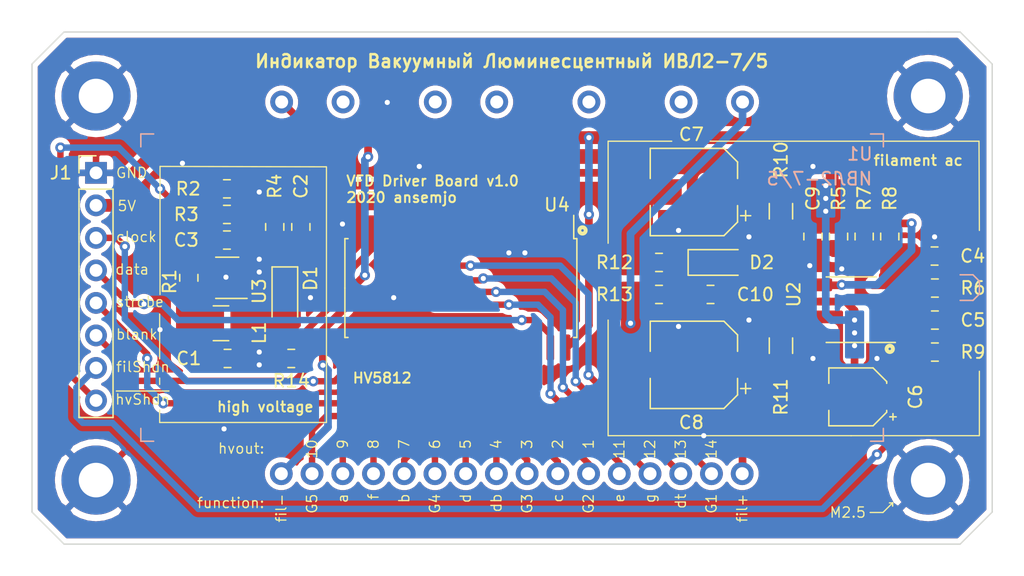
<source format=kicad_pcb>
(kicad_pcb (version 20171130) (host pcbnew 5.1.6)
  (title_block (rev 1))
  (layers (0 Front signal) (31 Back signal) (34 B.Paste user) (35 F.Paste user) (36 B.SilkS user) (37 F.SilkS user) (38 B.Mask user) (39 F.Mask user) (44 Edge.Cuts user))
  (net 0 "")
  (net 1 GND)
  (net 2 "Net-(D1-Pad2)")
  (net 3 "Net-(R3-Pad1)")
  (net 4 "Net-(C3-Pad1)")
  (net 5 "Net-(C4-Pad1)")
  (net 6 "Net-(C5-Pad1)")
  (net 7 "Net-(C7-Pad1)")
  (net 8 "Net-(C8-Pad1)")
  (net 9 "Net-(C10-Pad1)")
  (net 10 "Net-(R5-Pad2)")
  (net 11 "Net-(R10-Pad2)")
  (net 12 "Net-(R11-Pad2)")
  (net 13 +24V)
  (net 14 FILAMENT+)
  (net 15 FILAMENT-)
  (net 16 +5V)
  (net 17 /G1)
  (net 18 /G2)
  (net 19 /G3)
  (net 20 /G4)
  (net 21 /G5)
  (net 22 /a)
  (net 23 /f)
  (net 24 /b)
  (net 25 /d)
  (net 26 /db)
  (net 27 /c)
  (net 28 /e)
  (net 29 /g)
  (net 30 /dt)
  (net 31 ~HV_SHDN~)
  (net 32 FIL_SHDN)
  (net 33 HV_BLANK)
  (net 34 HV_STROBE)
  (net 35 HV_DATA)
  (net 36 HV_CLOCK)
  (module MountingHole:MountingHole_2.7mm_M2.5_Pad (layer Front) (at 155 82.5)
    (fp_text reference H4 hide)
    (fp_text value MountingHole_Pad)
    (pad 1 thru_hole circle (at 0 0) (size 5.4 5.4) (drill 2.7) (layers *.Cu *.Mask) (net 1 GND))
  )
  (module MountingHole:MountingHole_2.7mm_M2.5_Pad (layer Front) (at 155 52.5)
    (fp_text reference H3 hide)
    (fp_text value MountingHole_Pad)
    (pad 1 thru_hole circle (at 0 0) (size 5.4 5.4) (drill 2.7) (layers *.Cu *.Mask) (net 1 GND))
  )
  (module MountingHole:MountingHole_2.7mm_M2.5_Pad (layer Front) (at 90 82.5)
    (fp_text reference H2 hide)
    (fp_text value MountingHole_Pad)
    (pad 1 thru_hole circle (at 0 0) (size 5.4 5.4) (drill 2.7) (layers *.Cu *.Mask) (net 1 GND))
  )
  (module MountingHole:MountingHole_2.7mm_M2.5_Pad (layer Front) (at 90 52.5)
    (fp_text reference H1 hide)
    (fp_text value MountingHole_Pad)
    (pad 1 thru_hole circle (at 0 0) (size 5.4 5.4) (drill 2.7) (layers *.Cu *.Mask) (net 1 GND))
  )
  (module Resistor_SMD:R_0805_2012Metric_Pad1.15x1.40mm_HandSolder (layer Front) (at 105.25 73 180)
    (fp_text reference R14 (at 0 -1.75) (layer F.SilkS))
    (fp_text value 4.7kΩ)
    (pad 2 smd roundrect (at 1.025 0 180) (size 1.15 1.4) (layers Front F.Paste F.Mask) (roundrect_rratio 0.217391) (net 1 GND))
    (pad 1 smd roundrect (at -1.025 0 180) (size 1.15 1.4) (layers Front F.Paste F.Mask) (roundrect_rratio 0.217391) (net 33 HV_BLANK))
  )
  (module Connector_PinHeader_2.54mm:PinHeader_1x08_P2.54mm_Vertical (layer Front) (at 90 58.5)
    (fp_text reference J1 (at -2.75 0) (layer F.SilkS))
    (fp_text value "Connection Header")
    (pad 8 thru_hole oval (at 0 17.78) (size 1.7 1.7) (drill 1) (layers *.Cu *.Mask) (net 31 ~HV_SHDN~))
    (pad 7 thru_hole oval (at 0 15.24) (size 1.7 1.7) (drill 1) (layers *.Cu *.Mask) (net 32 FIL_SHDN))
    (pad 6 thru_hole oval (at 0 12.7) (size 1.7 1.7) (drill 1) (layers *.Cu *.Mask) (net 33 HV_BLANK))
    (pad 5 thru_hole oval (at 0 10.16) (size 1.7 1.7) (drill 1) (layers *.Cu *.Mask) (net 34 HV_STROBE))
    (pad 4 thru_hole oval (at 0 7.62) (size 1.7 1.7) (drill 1) (layers *.Cu *.Mask) (net 35 HV_DATA))
    (pad 3 thru_hole oval (at 0 5.08) (size 1.7 1.7) (drill 1) (layers *.Cu *.Mask) (net 36 HV_CLOCK))
    (pad 2 thru_hole oval (at 0 2.54) (size 1.7 1.7) (drill 1) (layers *.Cu *.Mask) (net 16 +5V))
    (pad 1 thru_hole rect (at 0 0) (size 1.7 1.7) (drill 1) (layers *.Cu *.Mask) (net 1 GND))
  )
  (module Package_SO:SOIC-8_3.9x4.9mm_P1.27mm (layer Front) (at 148.985 69.19 180)
    (fp_text reference U2 (at 4.485 1.19 270) (layer F.SilkS))
    (fp_text value LM4871MX_NOPB)
    (pad 8 smd roundrect (at 2.475 -1.905 180) (size 1.95 0.6) (layers Front F.Paste F.Mask) (net 12 "Net-(R11-Pad2)"))
    (pad 7 smd roundrect (at 2.475 -0.635 180) (size 1.95 0.6) (layers Front F.Paste F.Mask) (net 1 GND))
    (pad 6 smd roundrect (at 2.475 0.635 180) (size 1.95 0.6) (layers Front F.Paste F.Mask) (net 16 +5V))
    (pad 5 smd roundrect (at 2.475 1.905 180) (size 1.95 0.6) (layers Front F.Paste F.Mask) (net 11 "Net-(R10-Pad2)"))
    (pad 4 smd roundrect (at -2.475 1.905 180) (size 1.95 0.6) (layers Front F.Paste F.Mask) (net 5 "Net-(C4-Pad1)"))
    (pad 3 smd roundrect (at -2.475 0.635 180) (size 1.95 0.6) (layers Front F.Paste F.Mask) (net 10 "Net-(R5-Pad2)"))
    (pad 2 smd roundrect (at -2.475 -0.635 180) (size 1.95 0.6) (layers Front F.Paste F.Mask) (net 6 "Net-(C5-Pad1)"))
    (pad 1 smd roundrect (at -2.475 -1.905 180) (size 1.95 0.6) (layers Front F.Paste F.Mask) (net 32 FIL_SHDN))
  )
  (module extra_libraries:IVL2-7_5 (layer Back) (at 162 49.96503 180)
    (fp_text reference U1 (at 12.34186 -7.0612) (layer B.SilkS) (effects (justify mirror)))
    (fp_text value IVL2-5_7)
    (fp_text user ИВЛ2-7/5 (at 15.5 -9) (layer B.SilkS) (effects (justify mirror)))
    (pad 23 thru_hole circle (at 21.5 -3 180) (size 1.778 1.778) (drill 1.016) (layers *.Cu *.Mask) (net 14 FILAMENT+))
    (pad 22 thru_hole circle (at 26.3 -3 180) (size 1.778 1.778) (drill 1.016) (layers *.Cu *.Mask))
    (pad 21 thru_hole circle (at 33.5 -3 180) (size 1.778 1.778) (drill 1.016) (layers *.Cu *.Mask))
    (pad 20 thru_hole circle (at 40.7 -3 180) (size 1.778 1.778) (drill 1.016) (layers *.Cu *.Mask))
    (pad 19 thru_hole circle (at 45.5 -3 180) (size 1.778 1.778) (drill 1.016) (layers *.Cu *.Mask))
    (pad 18 thru_hole circle (at 52.7 -3 180) (size 1.778 1.778) (drill 1.016) (layers *.Cu *.Mask))
    (pad 17 thru_hole circle (at 57.5 -3 180) (size 1.778 1.778) (drill 1.016) (layers *.Cu *.Mask) (net 15 FILAMENT-))
    (pad 16 thru_hole circle (at 57.526646 -32.03497 180) (size 1.778 1.778) (drill 1.016) (layers *.Cu *.Mask) (net 15 FILAMENT-))
    (pad 15 thru_hole circle (at 55.126646 -32.03497 180) (size 1.778 1.778) (drill 1.016) (layers *.Cu *.Mask) (net 21 /G5))
    (pad 14 thru_hole circle (at 52.726646 -32.03497 180) (size 1.778 1.778) (drill 1.016) (layers *.Cu *.Mask) (net 22 /a))
    (pad 13 thru_hole circle (at 50.326646 -32.03497 180) (size 1.778 1.778) (drill 1.016) (layers *.Cu *.Mask) (net 23 /f))
    (pad 12 thru_hole circle (at 47.926646 -32.03497 180) (size 1.778 1.778) (drill 1.016) (layers *.Cu *.Mask) (net 24 /b))
    (pad 11 thru_hole circle (at 45.526646 -32.03497 180) (size 1.778 1.778) (drill 1.016) (layers *.Cu *.Mask) (net 20 /G4))
    (pad 10 thru_hole circle (at 43.126646 -32.03497 180) (size 1.778 1.778) (drill 1.016) (layers *.Cu *.Mask) (net 25 /d))
    (pad 9 thru_hole circle (at 40.726646 -32.03497 180) (size 1.778 1.778) (drill 1.016) (layers *.Cu *.Mask) (net 26 /db))
    (pad 8 thru_hole circle (at 38.326646 -32.03497 180) (size 1.778 1.778) (drill 1.016) (layers *.Cu *.Mask) (net 19 /G3))
    (pad 7 thru_hole circle (at 35.926646 -32.03497 180) (size 1.778 1.778) (drill 1.016) (layers *.Cu *.Mask) (net 27 /c))
    (pad 6 thru_hole circle (at 33.526646 -32.03497 180) (size 1.778 1.778) (drill 1.016) (layers *.Cu *.Mask) (net 18 /G2))
    (pad 5 thru_hole circle (at 31.126646 -32.03497 180) (size 1.778 1.778) (drill 1.016) (layers *.Cu *.Mask) (net 28 /e))
    (pad 4 thru_hole circle (at 28.726646 -32.03497 180) (size 1.778 1.778) (drill 1.016) (layers *.Cu *.Mask) (net 29 /g))
    (pad 3 thru_hole circle (at 26.326646 -32.03497 180) (size 1.778 1.778) (drill 1.016) (layers *.Cu *.Mask) (net 30 /dt))
    (pad 2 thru_hole circle (at 23.926646 -32.03497 180) (size 1.778 1.778) (drill 1.016) (layers *.Cu *.Mask) (net 17 /G1))
    (pad 1 thru_hole circle (at 21.526646 -32.03497 180) (size 1.778 1.778) (drill 1.016) (layers *.Cu *.Mask) (net 14 FILAMENT+))
  )
  (module Package_SO:SOIC-28W_7.5x17.9mm_P1.27mm (layer Front) (at 118.5 67.5 270)
    (fp_text reference U4 (at -6.5 -7.5 180) (layer F.SilkS))
    (fp_text value HV5812WG)
    (pad 28 smd roundrect (at 4.65 -8.255 270) (size 2.05 0.6) (layers Front F.Paste F.Mask) (net 16 +5V))
    (pad 27 smd roundrect (at 4.65 -6.985 270) (size 2.05 0.6) (layers Front F.Paste F.Mask) (net 35 HV_DATA))
    (pad 26 smd roundrect (at 4.65 -5.715 270) (size 2.05 0.6) (layers Front F.Paste F.Mask) (net 18 /G2))
    (pad 25 smd roundrect (at 4.65 -4.445 270) (size 2.05 0.6) (layers Front F.Paste F.Mask) (net 27 /c))
    (pad 24 smd roundrect (at 4.65 -3.175 270) (size 2.05 0.6) (layers Front F.Paste F.Mask) (net 19 /G3))
    (pad 23 smd roundrect (at 4.65 -1.905 270) (size 2.05 0.6) (layers Front F.Paste F.Mask) (net 26 /db))
    (pad 22 smd roundrect (at 4.65 -0.635 270) (size 2.05 0.6) (layers Front F.Paste F.Mask) (net 25 /d))
    (pad 21 smd roundrect (at 4.65 0.635 270) (size 2.05 0.6) (layers Front F.Paste F.Mask) (net 20 /G4))
    (pad 20 smd roundrect (at 4.65 1.905 270) (size 2.05 0.6) (layers Front F.Paste F.Mask) (net 24 /b))
    (pad 19 smd roundrect (at 4.65 3.175 270) (size 2.05 0.6) (layers Front F.Paste F.Mask) (net 23 /f))
    (pad 18 smd roundrect (at 4.65 4.445 270) (size 2.05 0.6) (layers Front F.Paste F.Mask) (net 22 /a))
    (pad 17 smd roundrect (at 4.65 5.715 270) (size 2.05 0.6) (layers Front F.Paste F.Mask) (net 21 /G5))
    (pad 16 smd roundrect (at 4.65 6.985 270) (size 2.05 0.6) (layers Front F.Paste F.Mask) (net 34 HV_STROBE))
    (pad 15 smd roundrect (at 4.65 8.255 270) (size 2.05 0.6) (layers Front F.Paste F.Mask) (net 36 HV_CLOCK))
    (pad 14 smd roundrect (at -4.65 8.255 270) (size 2.05 0.6) (layers Front F.Paste F.Mask) (net 1 GND))
    (pad 13 smd roundrect (at -4.65 6.985 270) (size 2.05 0.6) (layers Front F.Paste F.Mask) (net 33 HV_BLANK))
    (pad 12 smd roundrect (at -4.65 5.715 270) (size 2.05 0.6) (layers Front F.Paste F.Mask) (net 28 /e))
    (pad 11 smd roundrect (at -4.65 4.445 270) (size 2.05 0.6) (layers Front F.Paste F.Mask) (net 29 /g))
    (pad 10 smd roundrect (at -4.65 3.175 270) (size 2.05 0.6) (layers Front F.Paste F.Mask) (net 30 /dt))
    (pad 9 smd roundrect (at -4.65 1.905 270) (size 2.05 0.6) (layers Front F.Paste F.Mask) (net 17 /G1))
    (pad 8 smd roundrect (at -4.65 0.635 270) (size 2.05 0.6) (layers Front F.Paste F.Mask))
    (pad 7 smd roundrect (at -4.65 -0.635 270) (size 2.05 0.6) (layers Front F.Paste F.Mask))
    (pad 6 smd roundrect (at -4.65 -1.905 270) (size 2.05 0.6) (layers Front F.Paste F.Mask))
    (pad 5 smd roundrect (at -4.65 -3.175 270) (size 2.05 0.6) (layers Front F.Paste F.Mask))
    (pad 4 smd roundrect (at -4.65 -4.445 270) (size 2.05 0.6) (layers Front F.Paste F.Mask))
    (pad 3 smd roundrect (at -4.65 -5.715 270) (size 2.05 0.6) (layers Front F.Paste F.Mask))
    (pad 2 smd roundrect (at -4.65 -6.985 270) (size 2.05 0.6) (layers Front F.Paste F.Mask))
    (pad 1 smd roundrect (at -4.65 -8.255 270) (size 2.05 0.6) (layers Front F.Paste F.Mask) (net 13 +24V))
  )
  (module Resistor_SMD:R_0805_2012Metric_Pad1.15x1.40mm_HandSolder (layer Front) (at 133.975 68 180)
    (fp_text reference R13 (at 3.475 0) (layer F.SilkS))
    (fp_text value 220Ω)
    (pad 2 smd roundrect (at 1.025 0 180) (size 1.15 1.4) (layers Front F.Paste F.Mask) (roundrect_rratio 0.217391) (net 14 FILAMENT+))
    (pad 1 smd roundrect (at -1.025 0 180) (size 1.15 1.4) (layers Front F.Paste F.Mask) (roundrect_rratio 0.217391) (net 9 "Net-(C10-Pad1)"))
  )
  (module Resistor_SMD:R_0805_2012Metric_Pad1.15x1.40mm_HandSolder (layer Front) (at 133.975 65.5 180)
    (fp_text reference R12 (at 3.475 0) (layer F.SilkS))
    (fp_text value 220Ω)
    (pad 2 smd roundrect (at 1.025 0 180) (size 1.15 1.4) (layers Front F.Paste F.Mask) (roundrect_rratio 0.217391) (net 15 FILAMENT-))
    (pad 1 smd roundrect (at -1.025 0 180) (size 1.15 1.4) (layers Front F.Paste F.Mask) (roundrect_rratio 0.217391) (net 9 "Net-(C10-Pad1)"))
  )
  (module Resistor_SMD:R_1206_3216Metric_Pad1.42x1.75mm_HandSolder (layer Front) (at 143.5 72 90)
    (fp_text reference R11 (at -4.0125 0 90) (layer F.SilkS))
    (fp_text value 10Ω)
    (pad 2 smd roundrect (at 1.4875 0 90) (size 1.425 1.75) (layers Front F.Paste F.Mask) (roundrect_rratio 0.175439) (net 12 "Net-(R11-Pad2)"))
    (pad 1 smd roundrect (at -1.4875 0 90) (size 1.425 1.75) (layers Front F.Paste F.Mask) (roundrect_rratio 0.175439) (net 8 "Net-(C8-Pad1)"))
  )
  (module Resistor_SMD:R_1206_3216Metric_Pad1.42x1.75mm_HandSolder (layer Front) (at 143.5 61.5 270)
    (fp_text reference R10 (at -4.0125 0 90) (layer F.SilkS))
    (fp_text value 10Ω)
    (pad 2 smd roundrect (at 1.4875 0 270) (size 1.425 1.75) (layers Front F.Paste F.Mask) (roundrect_rratio 0.175439) (net 11 "Net-(R10-Pad2)"))
    (pad 1 smd roundrect (at -1.4875 0 270) (size 1.425 1.75) (layers Front F.Paste F.Mask) (roundrect_rratio 0.175439) (net 7 "Net-(C7-Pad1)"))
  )
  (module Resistor_SMD:R_0805_2012Metric_Pad1.15x1.40mm_HandSolder (layer Front) (at 155.525 72.5)
    (fp_text reference R9 (at 2.975 0) (layer F.SilkS))
    (fp_text value 10kΩ)
    (pad 2 smd roundrect (at 1.025 0) (size 1.15 1.4) (layers Front F.Paste F.Mask) (roundrect_rratio 0.217391) (net 1 GND))
    (pad 1 smd roundrect (at -1.025 0) (size 1.15 1.4) (layers Front F.Paste F.Mask) (roundrect_rratio 0.217391) (net 32 FIL_SHDN))
  )
  (module Resistor_SMD:R_0805_2012Metric_Pad1.15x1.40mm_HandSolder (layer Front) (at 152 63.475 90)
    (fp_text reference R8 (at 2.975 0 90) (layer F.SilkS))
    (fp_text value 2.2kΩ)
    (pad 2 smd roundrect (at 1.025 0 90) (size 1.15 1.4) (layers Front F.Paste F.Mask) (roundrect_rratio 0.217391) (net 11 "Net-(R10-Pad2)"))
    (pad 1 smd roundrect (at -1.025 0 90) (size 1.15 1.4) (layers Front F.Paste F.Mask) (roundrect_rratio 0.217391) (net 5 "Net-(C4-Pad1)"))
  )
  (module Resistor_SMD:R_0805_2012Metric_Pad1.15x1.40mm_HandSolder (layer Front) (at 150 63.475 270)
    (fp_text reference R7 (at -2.975 0 90) (layer F.SilkS))
    (fp_text value 10kΩ)
    (pad 2 smd roundrect (at 1.025 0 270) (size 1.15 1.4) (layers Front F.Paste F.Mask) (roundrect_rratio 0.217391) (net 10 "Net-(R5-Pad2)"))
    (pad 1 smd roundrect (at -1.025 0 270) (size 1.15 1.4) (layers Front F.Paste F.Mask) (roundrect_rratio 0.217391) (net 11 "Net-(R10-Pad2)"))
  )
  (module Resistor_SMD:R_0805_2012Metric_Pad1.15x1.40mm_HandSolder (layer Front) (at 155.525 67.5)
    (fp_text reference R6 (at 2.975 0) (layer F.SilkS))
    (fp_text value 10kΩ)
    (pad 2 smd roundrect (at 1.025 0) (size 1.15 1.4) (layers Front F.Paste F.Mask) (roundrect_rratio 0.217391) (net 1 GND))
    (pad 1 smd roundrect (at -1.025 0) (size 1.15 1.4) (layers Front F.Paste F.Mask) (roundrect_rratio 0.217391) (net 10 "Net-(R5-Pad2)"))
  )
  (module Resistor_SMD:R_0805_2012Metric_Pad1.15x1.40mm_HandSolder (layer Front) (at 148 63.475 270)
    (fp_text reference R5 (at -2.975 0 90) (layer F.SilkS))
    (fp_text value 10kΩ)
    (pad 2 smd roundrect (at 1.025 0 270) (size 1.15 1.4) (layers Front F.Paste F.Mask) (roundrect_rratio 0.217391) (net 10 "Net-(R5-Pad2)"))
    (pad 1 smd roundrect (at -1.025 0 270) (size 1.15 1.4) (layers Front F.Paste F.Mask) (roundrect_rratio 0.217391) (net 16 +5V))
  )
  (module Diode_SMD:D_SOD-123 (layer Front) (at 138.5 65.5)
    (fp_text reference D2 (at 3.5 0) (layer F.SilkS))
    (fp_text value 3.3V)
    (pad 2 smd rect (at 1.65 0) (size 0.9 1.2) (layers Front F.Paste F.Mask) (net 1 GND))
    (pad 1 smd rect (at -1.65 0) (size 0.9 1.2) (layers Front F.Paste F.Mask) (net 9 "Net-(C10-Pad1)"))
  )
  (module Capacitor_SMD:C_0805_2012Metric_Pad1.15x1.40mm_HandSolder (layer Front) (at 138 68)
    (fp_text reference C10 (at 3.5 0 180) (layer F.SilkS))
    (fp_text value 1µF)
    (pad 2 smd roundrect (at 1.025 0) (size 1.15 1.4) (layers Front F.Paste F.Mask) (roundrect_rratio 0.217391) (net 1 GND))
    (pad 1 smd roundrect (at -1.025 0) (size 1.15 1.4) (layers Front F.Paste F.Mask) (roundrect_rratio 0.217391) (net 9 "Net-(C10-Pad1)"))
  )
  (module Capacitor_SMD:C_0805_2012Metric_Pad1.15x1.40mm_HandSolder (layer Front) (at 146 63.475 270)
    (fp_text reference C9 (at -2.975 0 90) (layer F.SilkS))
    (fp_text value 100nF)
    (pad 2 smd roundrect (at 1.025 0 270) (size 1.15 1.4) (layers Front F.Paste F.Mask) (roundrect_rratio 0.217391) (net 1 GND))
    (pad 1 smd roundrect (at -1.025 0 270) (size 1.15 1.4) (layers Front F.Paste F.Mask) (roundrect_rratio 0.217391) (net 16 +5V))
  )
  (module Capacitor_SMD:CP_Elec_6.3x5.9 (layer Front) (at 136.7 73.5 180)
    (fp_text reference C8 (at 0.2 -4.5 180) (layer F.SilkS))
    (fp_text value 47µF)
    (pad 2 smd roundrect (at 2.8 0 180) (size 3.5 1.6) (layers Front F.Paste F.Mask) (roundrect_rratio 0.15625) (net 14 FILAMENT+))
    (pad 1 smd roundrect (at -2.8 0 180) (size 3.5 1.6) (layers Front F.Paste F.Mask) (roundrect_rratio 0.15625) (net 8 "Net-(C8-Pad1)"))
  )
  (module Capacitor_SMD:CP_Elec_6.3x5.9 (layer Front) (at 136.7 60 180)
    (fp_text reference C7 (at 0.2 4.5 180) (layer F.SilkS))
    (fp_text value 47µF)
    (pad 2 smd roundrect (at 2.8 0 180) (size 3.5 1.6) (layers Front F.Paste F.Mask) (roundrect_rratio 0.15625) (net 15 FILAMENT-))
    (pad 1 smd roundrect (at -2.8 0 180) (size 3.5 1.6) (layers Front F.Paste F.Mask) (roundrect_rratio 0.15625) (net 7 "Net-(C7-Pad1)"))
  )
  (module Capacitor_SMD:CP_Elec_4x5.4 (layer Front) (at 149.5 76 180)
    (fp_text reference C6 (at -4.5 0 270) (layer F.SilkS))
    (fp_text value 10µF)
    (pad 2 smd roundrect (at 1.8 0 180) (size 2.6 1.6) (layers Front F.Paste F.Mask) (roundrect_rratio 0.15625) (net 1 GND))
    (pad 1 smd roundrect (at -1.8 0 180) (size 2.6 1.6) (layers Front F.Paste F.Mask) (roundrect_rratio 0.15625) (net 16 +5V))
  )
  (module Capacitor_SMD:C_0805_2012Metric_Pad1.15x1.40mm_HandSolder (layer Front) (at 155.525 70)
    (fp_text reference C5 (at 2.975 0) (layer F.SilkS))
    (fp_text value 1µF)
    (pad 2 smd roundrect (at 1.025 0) (size 1.15 1.4) (layers Front F.Paste F.Mask) (roundrect_rratio 0.217391) (net 1 GND))
    (pad 1 smd roundrect (at -1.025 0) (size 1.15 1.4) (layers Front F.Paste F.Mask) (roundrect_rratio 0.217391) (net 6 "Net-(C5-Pad1)"))
  )
  (module Capacitor_SMD:C_0805_2012Metric_Pad1.15x1.40mm_HandSolder (layer Front) (at 155.5 65)
    (fp_text reference C4 (at 2.975 0) (layer F.SilkS))
    (fp_text value 10nF)
    (pad 2 smd roundrect (at 1.025 0) (size 1.15 1.4) (layers Front F.Paste F.Mask) (roundrect_rratio 0.217391) (net 1 GND))
    (pad 1 smd roundrect (at -1.025 0) (size 1.15 1.4) (layers Front F.Paste F.Mask) (roundrect_rratio 0.217391) (net 5 "Net-(C4-Pad1)"))
  )
  (module Package_TO_SOT_SMD:SOT-23-5 (layer Front) (at 100.25 66.7 180)
    (fp_text reference U3 (at -2.5 -1.05 270) (layer F.SilkS))
    (fp_text value LM2733YMF)
    (pad 5 smd rect (at 1.1 -0.95 180) (size 1.06 0.65) (layers Front F.Paste F.Mask) (net 16 +5V))
    (pad 4 smd rect (at 1.1 0.95 180) (size 1.06 0.65) (layers Front F.Paste F.Mask) (net 31 ~HV_SHDN~))
    (pad 3 smd rect (at -1.1 0.95 180) (size 1.06 0.65) (layers Front F.Paste F.Mask) (net 4 "Net-(C3-Pad1)"))
    (pad 2 smd rect (at -1.1 0 180) (size 1.06 0.65) (layers Front F.Paste F.Mask) (net 1 GND))
    (pad 1 smd rect (at -1.1 -0.95 180) (size 1.06 0.65) (layers Front F.Paste F.Mask) (net 2 "Net-(D1-Pad2)"))
  )
  (module Resistor_SMD:R_0805_2012Metric_Pad1.15x1.40mm_HandSolder (layer Front) (at 103.96 62.725 90)
    (fp_text reference R4 (at 3.175 0 90) (layer F.SilkS))
    (fp_text value 10kΩ)
    (pad 2 smd roundrect (at 1.025 0 90) (size 1.15 1.4) (layers Front F.Paste F.Mask) (roundrect_rratio 0.217391) (net 3 "Net-(R3-Pad1)"))
    (pad 1 smd roundrect (at -1.025 0 90) (size 1.15 1.4) (layers Front F.Paste F.Mask) (roundrect_rratio 0.217391) (net 13 +24V))
  )
  (module Resistor_SMD:R_0805_2012Metric_Pad1.15x1.40mm_HandSolder (layer Front) (at 100.225 61.75 180)
    (fp_text reference R3 (at 3.175 0) (layer F.SilkS))
    (fp_text value 240kΩ)
    (pad 2 smd roundrect (at 1.025 0 180) (size 1.15 1.4) (layers Front F.Paste F.Mask) (roundrect_rratio 0.217391) (net 4 "Net-(C3-Pad1)"))
    (pad 1 smd roundrect (at -1.025 0 180) (size 1.15 1.4) (layers Front F.Paste F.Mask) (roundrect_rratio 0.217391) (net 3 "Net-(R3-Pad1)"))
  )
  (module Resistor_SMD:R_0805_2012Metric_Pad1.15x1.40mm_HandSolder (layer Front) (at 100.225 59.75 180)
    (fp_text reference R2 (at 3.025 0) (layer F.SilkS))
    (fp_text value 13kΩ)
    (pad 2 smd roundrect (at 1.025 0 180) (size 1.15 1.4) (layers Front F.Paste F.Mask) (roundrect_rratio 0.217391) (net 4 "Net-(C3-Pad1)"))
    (pad 1 smd roundrect (at -1.025 0 180) (size 1.15 1.4) (layers Front F.Paste F.Mask) (roundrect_rratio 0.217391) (net 1 GND))
  )
  (module Resistor_SMD:R_0805_2012Metric_Pad1.15x1.40mm_HandSolder (layer Front) (at 97.25 66.7 90)
    (fp_text reference R1 (at -0.3 -1.5 90) (layer F.SilkS))
    (fp_text value 47kΩ)
    (pad 2 smd roundrect (at 1.025 0 90) (size 1.15 1.4) (layers Front F.Paste F.Mask) (roundrect_rratio 0.217391) (net 31 ~HV_SHDN~))
    (pad 1 smd roundrect (at -1.025 0 90) (size 1.15 1.4) (layers Front F.Paste F.Mask) (roundrect_rratio 0.217391) (net 16 +5V))
  )
  (module Inductor_SMD:L_1210_3225Metric_Pad1.42x2.65mm_HandSolder (layer Front) (at 99.7625 70.25)
    (fp_text reference L1 (at 2.9875 0.75 270) (layer F.SilkS))
    (fp_text value 10µH)
    (pad 2 smd roundrect (at 1.4875 0) (size 1.425 2.65) (layers Front F.Paste F.Mask) (roundrect_rratio 0.175439) (net 2 "Net-(D1-Pad2)"))
    (pad 1 smd roundrect (at -1.4875 0) (size 1.425 2.65) (layers Front F.Paste F.Mask) (roundrect_rratio 0.175439) (net 16 +5V))
  )
  (module Diode_SMD:D_SOD-123 (layer Front) (at 104.75 68.1 270)
    (fp_text reference D1 (at -1.35 -2 90) (layer F.SilkS))
    (fp_text value 1N5819HW-7-F)
    (pad 2 smd rect (at 1.65 0 270) (size 0.9 1.2) (layers Front F.Paste F.Mask) (net 2 "Net-(D1-Pad2)"))
    (pad 1 smd rect (at -1.65 0 270) (size 0.9 1.2) (layers Front F.Paste F.Mask) (net 13 +24V))
  )
  (module Capacitor_SMD:C_0805_2012Metric_Pad1.15x1.40mm_HandSolder (layer Front) (at 106 62.725 90)
    (fp_text reference C2 (at 3.175 0 90) (layer F.SilkS))
    (fp_text value 4.7µF)
    (pad 2 smd roundrect (at 1.025 0 90) (size 1.15 1.4) (layers Front F.Paste F.Mask) (roundrect_rratio 0.217391) (net 1 GND))
    (pad 1 smd roundrect (at -1.025 0 90) (size 1.15 1.4) (layers Front F.Paste F.Mask) (roundrect_rratio 0.217391) (net 13 +24V))
  )
  (module Capacitor_SMD:C_0805_2012Metric_Pad1.15x1.40mm_HandSolder (layer Front) (at 100.225 63.75)
    (fp_text reference C3 (at -3.175 0) (layer F.SilkS))
    (fp_text value 82pF)
    (pad 2 smd roundrect (at 1.025 0) (size 1.15 1.4) (layers Front F.Paste F.Mask) (roundrect_rratio 0.217391) (net 13 +24V))
    (pad 1 smd roundrect (at -1.025 0) (size 1.15 1.4) (layers Front F.Paste F.Mask) (roundrect_rratio 0.217391) (net 4 "Net-(C3-Pad1)"))
  )
  (module Capacitor_SMD:C_0805_2012Metric_Pad1.15x1.40mm_HandSolder (layer Front) (at 100.275 73)
    (fp_text reference C1 (at -3.025 0) (layer F.SilkS))
    (fp_text value 2.2µF)
    (pad 2 smd roundrect (at 1.025 0) (size 1.15 1.4) (layers Front F.Paste F.Mask) (roundrect_rratio 0.217391) (net 1 GND))
    (pad 1 smd roundrect (at -1.025 0) (size 1.15 1.4) (layers Front F.Paste F.Mask) (roundrect_rratio 0.217391) (net 16 +5V))
  )
  (gr_text "VFD Driver Board v1.0\n2020 ansemjo" (at 109.47 59.78) (layer F.SilkS) (effects (font (size 0.8 0.8)) (justify left)))
  (gr_text "Индикатор Вакуумный Люминесцентный ИВЛ2-7/5" (at 122.47 49.78) (layer F.SilkS) (effects (font (size 1 1) (thickness 0.2))))
  (gr_line (start 151.97 84.28) (end 152.22 84.28) (layer F.SilkS) (width 0.1))
  (gr_line (start 152.22 84.53) (end 152.22 84.28) (layer F.SilkS) (width 0.1))
  (gr_line (start 152.22 84.28) (end 152.22 84.53) (layer F.SilkS) (width 0.1))
  (gr_line (start 151.47 85.03) (end 152.22 84.28) (layer F.SilkS) (width 0.1))
  (gr_line (start 150.47 85.03) (end 151.47 85.03) (layer F.SilkS) (width 0.1))
  (gr_text M2.5 (at 148.72 85.03) (layer F.SilkS) (effects (font (size 0.8 0.8) (thickness 0.1))))
  (gr_text function: (at 103.22 84.28) (layer F.SilkS) (effects (font (size 0.8 0.8) (thickness 0.1)) (justify right)))
  (gr_text hvout: (at 103.22 80.03) (layer F.SilkS) (effects (font (size 0.8 0.8) (thickness 0.1)) (justify right)))
  (gr_text 12 (at 133.27 79.25 90) (layer F.SilkS) (effects (font (size 0.8 0.8) (thickness 0.1)) (justify right)))
  (gr_text 1 (at 128.47 79.25 90) (layer F.SilkS) (effects (font (size 0.8 0.8) (thickness 0.1)) (justify right)))
  (gr_text 13 (at 135.67 79.25 90) (layer F.SilkS) (effects (font (size 0.8 0.8) (thickness 0.1)) (justify right)))
  (gr_text 14 (at 138.07 79.25 90) (layer F.SilkS) (effects (font (size 0.8 0.8) (thickness 0.1)) (justify right)))
  (gr_text 4 (at 121.27 79.25 90) (layer F.SilkS) (effects (font (size 0.8 0.8) (thickness 0.1)) (justify right)))
  (gr_text 7 (at 114.07 79.25 90) (layer F.SilkS) (effects (font (size 0.8 0.8) (thickness 0.1)) (justify right)))
  (gr_text 3 (at 123.67 79.25 90) (layer F.SilkS) (effects (font (size 0.8 0.8) (thickness 0.1)) (justify right)))
  (gr_text 2 (at 126.07 79.25 90) (layer F.SilkS) (effects (font (size 0.8 0.8) (thickness 0.1)) (justify right)))
  (gr_text 9 (at 109.27 79.25 90) (layer F.SilkS) (effects (font (size 0.8 0.8) (thickness 0.1)) (justify right)))
  (gr_text 10 (at 106.87 79.25 90) (layer F.SilkS) (effects (font (size 0.8 0.8) (thickness 0.1)) (justify right)))
  (gr_text 6 (at 116.47 79.25 90) (layer F.SilkS) (effects (font (size 0.8 0.8) (thickness 0.1)) (justify right)))
  (gr_text 5 (at 118.87 79.25 90) (layer F.SilkS) (effects (font (size 0.8 0.8) (thickness 0.1)) (justify right)))
  (gr_text 11 (at 130.87 79.25 90) (layer F.SilkS) (effects (font (size 0.8 0.8) (thickness 0.1)) (justify right)))
  (gr_text 8 (at 111.67 79.25 90) (layer F.SilkS) (effects (font (size 0.8 0.8) (thickness 0.1)) (justify right)))
  (gr_line (start 94.97 77.03) (end 94.97 78) (layer F.SilkS) (width 0.1))
  (gr_line (start 94.97 74.53) (end 94.97 75.03) (layer F.SilkS) (width 0.1))
  (gr_line (start 94.97 69.53) (end 94.97 73.03) (layer F.SilkS) (width 0.1))
  (gr_text fil+ (at 140.47 83.5 90) (layer F.SilkS) (effects (font (size 0.8 0.8) (thickness 0.1)) (justify right)))
  (gr_text G1 (at 138.07 83.5 90) (layer F.SilkS) (effects (font (size 0.8 0.8) (thickness 0.1)) (justify right)))
  (gr_text dt (at 135.67 83.5 90) (layer F.SilkS) (effects (font (size 0.8 0.8) (thickness 0.1)) (justify right)))
  (gr_text g (at 133.27 83.5 90) (layer F.SilkS) (effects (font (size 0.8 0.8) (thickness 0.1)) (justify right)))
  (gr_text e (at 130.87 83.5 90) (layer F.SilkS) (effects (font (size 0.8 0.8) (thickness 0.1)) (justify right)))
  (gr_text G2 (at 128.47 83.5 90) (layer F.SilkS) (effects (font (size 0.8 0.8) (thickness 0.1)) (justify right)))
  (gr_text c (at 126.07 83.5 90) (layer F.SilkS) (effects (font (size 0.8 0.8) (thickness 0.1)) (justify right)))
  (gr_text G3 (at 123.67 83.5 90) (layer F.SilkS) (effects (font (size 0.8 0.8) (thickness 0.1)) (justify right)))
  (gr_text db (at 121.27 83.5 90) (layer F.SilkS) (effects (font (size 0.8 0.8) (thickness 0.1)) (justify right)))
  (gr_text d (at 118.87 83.5 90) (layer F.SilkS) (effects (font (size 0.8 0.8) (thickness 0.1)) (justify right)))
  (gr_text G4 (at 116.47 83.5 90) (layer F.SilkS) (effects (font (size 0.8 0.8) (thickness 0.1)) (justify right)))
  (gr_text b (at 114.07 83.5 90) (layer F.SilkS) (effects (font (size 0.8 0.8) (thickness 0.1)) (justify right)))
  (gr_text f (at 111.67 83.5 90) (layer F.SilkS) (effects (font (size 0.8 0.8) (thickness 0.1)) (justify right)))
  (gr_text a (at 109.27 83.5 90) (layer F.SilkS) (effects (font (size 0.8 0.8) (thickness 0.1)) (justify right)))
  (gr_text G5 (at 106.87 83.5 90) (layer F.SilkS) (effects (font (size 0.8 0.8) (thickness 0.1)) (justify right)))
  (gr_text fil- (at 104.47 83.5 90) (layer F.SilkS) (effects (font (size 0.8 0.8) (thickness 0.1)) (justify right)))
  (gr_text HV5812 (at 109.97 74.53) (layer F.SilkS) (effects (font (size 0.8 0.8)) (justify left)))
  (gr_text "filament ac" (at 154.22 57.53) (layer F.SilkS) (effects (font (size 0.8 0.8))))
  (gr_line (start 130 79.03) (end 149 79.03) (layer F.SilkS) (width 0.1))
  (gr_line (start 130 70) (end 130 79.03) (layer F.SilkS) (width 0.1))
  (gr_line (start 158.97 56.03) (end 159 63) (layer F.SilkS) (width 0.1))
  (gr_line (start 137.97 56.03) (end 158.97 56.03) (layer F.SilkS) (width 0.1))
  (gr_line (start 130 56.03) (end 130 64) (layer F.SilkS) (width 0.1))
  (gr_line (start 130 56.03) (end 134.97 56.03) (layer F.SilkS) (width 0.1))
  (gr_line (start 159 79.03) (end 159 74) (layer F.SilkS) (width 0.1))
  (gr_line (start 158.97 79.03) (end 148.97 79.03) (layer F.SilkS) (width 0.1))
  (gr_text "high voltage" (at 103.22 76.78) (layer F.SilkS) (effects (font (size 0.8 0.8))))
  (gr_line (start 95 58) (end 95 68) (layer F.SilkS) (width 0.1))
  (gr_line (start 95 58) (end 107.97 58.03) (layer F.SilkS) (width 0.1))
  (gr_line (start 108 78) (end 108 58.03) (layer F.SilkS) (width 0.1))
  (gr_line (start 108 78) (end 94.97 78) (layer F.SilkS) (width 0.1))
  (gr_text ~hvShdn~ (at 91.44 76.2) (layer F.SilkS) (effects (font (size 0.8 0.8) (thickness 0.1)) (justify left)))
  (gr_text filShdn (at 91.5 73.66) (layer F.SilkS) (effects (font (size 0.8 0.8) (thickness 0.1)) (justify left)))
  (gr_text blank (at 91.5 71.12) (layer F.SilkS) (effects (font (size 0.8 0.8) (thickness 0.1)) (justify left)))
  (gr_text strobe (at 91.5 68.58) (layer F.SilkS) (effects (font (size 0.8 0.8) (thickness 0.1)) (justify left)))
  (gr_text data (at 91.44 66.04) (layer F.SilkS) (effects (font (size 0.8 0.8) (thickness 0.1)) (justify left)))
  (gr_text clock (at 91.5 63.5) (layer F.SilkS) (effects (font (size 0.8 0.8) (thickness 0.1)) (justify left)))
  (gr_text 5V (at 91.6178 61.087) (layer F.SilkS) (effects (font (size 0.8 0.8) (thickness 0.1)) (justify left)))
  (gr_text GND (at 91.5 58.5) (layer F.SilkS) (effects (font (size 0.8 0.8) (thickness 0.1)) (justify left)))
  (gr_circle (center 152 72.25) (end 152 72.15) (layer F.SilkS) (width 0.3))
  (gr_circle (center 128 63) (end 128 63.1) (layer F.SilkS) (width 0.3))
  (gr_line (start 157.5 47.5) (end 155 47.5) (layer Edge.Cuts) (width 0.1))
  (gr_line (start 160 50) (end 157.5 47.5) (layer Edge.Cuts) (width 0.1))
  (gr_line (start 160 85) (end 160 50) (layer Edge.Cuts) (width 0.1))
  (gr_line (start 157.5 87.5) (end 160 85) (layer Edge.Cuts) (width 0.1))
  (gr_line (start 87.5 87.5) (end 157.5 87.5) (layer Edge.Cuts) (width 0.1))
  (gr_line (start 85 85) (end 87.5 87.5) (layer Edge.Cuts) (width 0.1))
  (gr_line (start 85 50) (end 85 85) (layer Edge.Cuts) (width 0.1))
  (gr_line (start 87.5 47.5) (end 85 50) (layer Edge.Cuts) (width 0.1))
  (gr_line (start 155 47.5) (end 87.5 47.5) (layer Edge.Cuts) (width 0.1))
  (via (at 113.25 68.25) (size 0.8) (drill 0.4) (layers Front Back) (net 1))
  (via (at 106.75 68.25) (size 0.8) (drill 0.4) (layers Front Back) (net 1))
  (via (at 102.75 60) (size 0.8) (drill 0.4) (layers Front Back) (net 1))
  (via (at 100.15 66.65) (size 0.8) (drill 0.4) (layers Front Back) (net 1))
  (via (at 102.75 65.25) (size 0.8) (drill 0.4) (layers Front Back) (net 1))
  (via (at 96.75 57.75) (size 0.8) (drill 0.4) (layers Front Back) (net 1))
  (via (at 102.75 66.25) (size 0.8) (drill 0.4) (layers Front Back) (net 1))
  (via (at 145.75 65.75) (size 0.8) (drill 0.4) (layers Front Back) (net 1))
  (via (at 148.25 66) (size 0.8) (drill 0.4) (layers Front Back) (net 1))
  (via (at 146 73) (size 0.8) (drill 0.4) (layers Front Back) (net 1))
  (via (at 155.5 63.5) (size 0.8) (drill 0.4) (layers Front Back) (net 1))
  (via (at 146 58) (size 0.8) (drill 0.4) (layers Front Back) (net 1))
  (via (at 151 73) (size 0.8) (drill 0.4) (layers Front Back) (net 1))
  (via (at 141 70) (size 0.8) (drill 0.4) (layers Front Back) (net 1))
  (via (at 135.5 70.5) (size 0.8) (drill 0.4) (layers Front Back) (net 1))
  (via (at 135.5 63) (size 0.8) (drill 0.4) (layers Front Back) (net 1))
  (via (at 141 63.5) (size 0.8) (drill 0.4) (layers Front Back) (net 1))
  (via (at 95 70.75) (size 0.8) (drill 0.4) (layers Front Back) (net 1))
  (via (at 115.25 58) (size 0.8) (drill 0.4) (layers Front Back) (net 1))
  (via (at 109.25 62.5) (size 0.8) (drill 0.4) (layers Front Back) (net 1))
  (via (at 102.75 72.5) (size 0.8) (drill 0.4) (layers Front Back) (net 1))
  (via (at 102.75 73.5) (size 0.8) (drill 0.4) (layers Front Back) (net 1))
  (via (at 122.25 64.75) (size 0.8) (drill 0.4) (layers Front Back) (net 1))
  (via (at 123.5 64.75) (size 0.8) (drill 0.4) (layers Front Back) (net 1))
  (via (at 112.75 53) (size 0.8) (drill 0.4) (layers Front Back) (net 1))
  (via (at 100 78.5) (size 0.8) (drill 0.4) (layers Front Back) (net 1))
  (via (at 137.47 79.03) (size 0.8) (drill 0.4) (layers Front Back) (net 1))
  (segment (start 151.455 66.545) (end 151.75 66.25) (width 0.6) (layer Front) (net 5))
  (segment (start 151.455 67.285) (end 151.455 66.545) (width 0.6) (layer Front) (net 5))
  (segment (start 152 66) (end 151.75 66.25) (width 0.6) (layer Front) (net 5))
  (segment (start 152 64.5) (end 152 66) (width 0.6) (layer Front) (net 5))
  (segment (start 152 66) (end 152.5 66) (width 0.6) (layer Front) (net 5))
  (segment (start 152.5 66) (end 153.5 65) (width 0.6) (layer Front) (net 5))
  (segment (start 153.5 65) (end 154.475 65) (width 0.6) (layer Front) (net 5))
  (segment (start 151.46 69.825) (end 152.825 69.825) (width 0.6) (layer Front) (net 6))
  (segment (start 153 70) (end 154.5 70) (width 0.6) (layer Front) (net 6))
  (segment (start 152.825 69.825) (end 153 70) (width 0.6) (layer Front) (net 6))
  (segment (start 151.455 68.555) (end 152.445 68.555) (width 0.6) (layer Front) (net 10))
  (segment (start 153.5 67.5) (end 154.5 67.5) (width 0.6) (layer Front) (net 10))
  (segment (start 152.445 68.555) (end 153.5 67.5) (width 0.6) (layer Front) (net 10))
  (segment (start 151.46 68.555) (end 150.305 68.555) (width 0.6) (layer Front) (net 10))
  (segment (start 150.305 68.555) (end 149.75 68) (width 0.6) (layer Front) (net 10))
  (segment (start 152 62.45) (end 150 62.45) (width 0.6) (layer Front) (net 11))
  (via (at 148.25 67.25) (size 0.8) (drill 0.4) (layers Front Back) (net 11))
  (segment (start 152 62.45) (end 153.699994 62.45) (width 0.6) (layer Front) (net 11))
  (via (at 153.699994 62.45) (size 0.8) (drill 0.4) (layers Front Back) (net 11))
  (segment (start 153.699994 64.550006) (end 153.699994 62.45) (width 0.6) (layer Back) (net 11))
  (segment (start 151 67.25) (end 153.699994 64.550006) (width 0.6) (layer Back) (net 11))
  (segment (start 148.215 67.285) (end 148.25 67.25) (width 0.6) (layer Front) (net 11))
  (segment (start 146.51 67.285) (end 148.215 67.285) (width 0.6) (layer Front) (net 11))
  (segment (start 148.25 67.25) (end 151 67.25) (width 0.6) (layer Back) (net 11))
  (segment (start 126.755 61.005) (end 126.755 62.85) (width 0.6) (layer Front) (net 13))
  (segment (start 125.25 59.5) (end 126.755 61.005) (width 0.6) (layer Front) (net 13))
  (segment (start 109.5 59.5) (end 125.25 59.5) (width 0.6) (layer Front) (net 13))
  (segment (start 107.5 61.5) (end 109.5 59.5) (width 0.6) (layer Front) (net 13))
  (segment (start 107 63.75) (end 107.5 63.25) (width 0.6) (layer Front) (net 13))
  (segment (start 107.5 63.25) (end 107.5 61.5) (width 0.6) (layer Front) (net 13))
  (segment (start 106 63.75) (end 107 63.75) (width 0.6) (layer Front) (net 13))
  (segment (start 133.9 73.5) (end 140.5 80.1) (width 0.6) (layer Front) (net 14))
  (segment (start 140.5 81.973354) (end 140.473354 82) (width 0.6) (layer Front) (net 14))
  (segment (start 140.5 80.1) (end 140.5 81.973354) (width 0.6) (layer Front) (net 14))
  (via (at 131.75 70.25) (size 0.8) (drill 0.4) (layers Front Back) (net 14))
  (segment (start 131.75 70.25) (end 131.75 63.25) (width 0.6) (layer Back) (net 14))
  (segment (start 140.5 54.5) (end 140.5 52.96503) (width 0.6) (layer Back) (net 14))
  (segment (start 131.75 63.25) (end 140.5 54.5) (width 0.6) (layer Back) (net 14))
  (segment (start 107.03497 55.5) (end 104.5 52.96503) (width 0.6) (layer Front) (net 15))
  (segment (start 130.575 58.5) (end 127 58.5) (width 0.6) (layer Front) (net 15))
  (segment (start 132.075 60) (end 130.575 58.5) (width 0.6) (layer Front) (net 15))
  (segment (start 127 58.5) (end 124 55.5) (width 0.6) (layer Front) (net 15))
  (segment (start 133.9 60) (end 132.075 60) (width 0.6) (layer Front) (net 15))
  (segment (start 124 55.5) (end 111.25 55.5) (width 0.6) (layer Front) (net 15))
  (segment (start 111.25 55.5) (end 107.03497 55.5) (width 0.6) (layer Front) (net 15))
  (via (at 111 66.5) (size 0.8) (drill 0.4) (layers Front Back) (net 15))
  (via (at 111.25 57.25) (size 0.8) (drill 0.4) (layers Front Back) (net 15))
  (segment (start 111.25 55.5) (end 111.25 57.25) (width 0.6) (layer Front) (net 15))
  (segment (start 111 66.5) (end 111 57.5) (width 0.6) (layer Back) (net 15))
  (segment (start 111 57.5) (end 111.25 57.25) (width 0.6) (layer Back) (net 15))
  (segment (start 108.119999 78.353355) (end 108.119999 73.929999) (width 0.6) (layer Back) (net 15))
  (segment (start 104.473354 82) (end 108.119999 78.353355) (width 0.6) (layer Back) (net 15))
  (segment (start 108.119999 73.929999) (end 107.72 73.53) (width 0.6) (layer Back) (net 15))
  (via (at 107.72 73.53) (size 0.8) (drill 0.4) (layers Front Back) (net 15))
  (segment (start 107.72 70.78) (end 107.72 73.53) (width 0.6) (layer Front) (net 15))
  (segment (start 109.47 68.03) (end 109.47 69.03) (width 0.6) (layer Front) (net 15))
  (segment (start 109.47 69.03) (end 107.72 70.78) (width 0.6) (layer Front) (net 15))
  (segment (start 111 66.5) (end 109.47 68.03) (width 0.6) (layer Front) (net 15))
  (via (at 149.25 70) (size 0.8) (drill 0.4) (layers Front Back) (net 16))
  (segment (start 149.25 72) (end 149.25 73.95) (width 0.6) (layer Front) (net 16))
  (segment (start 149.25 73.95) (end 151.3 76) (width 0.6) (layer Front) (net 16))
  (via (at 149.25 72) (size 0.8) (drill 0.4) (layers Front Back) (net 16))
  (via (at 149.25 71) (size 0.8) (drill 0.4) (layers Front Back) (net 16))
  (segment (start 149.25 70) (end 149.25 72) (width 0.6) (layer Front) (net 16))
  (via (at 147 60.5) (size 0.8) (drill 0.4) (layers Front Back) (net 16))
  (via (at 147 59.5) (size 0.8) (drill 0.4) (layers Front Back) (net 16))
  (via (at 147 61.5) (size 0.8) (drill 0.4) (layers Front Back) (net 16))
  (segment (start 146.51 68.555) (end 148.555 68.555) (width 0.6) (layer Front) (net 16))
  (segment (start 149.25 69.25) (end 149.25 70) (width 0.6) (layer Front) (net 16))
  (segment (start 148.555 68.555) (end 149.25 69.25) (width 0.6) (layer Front) (net 16))
  (segment (start 147 59.5) (end 147 61.5) (width 0.6) (layer Back) (net 16))
  (segment (start 91.96 61.04) (end 90 61.04) (width 1) (layer Front) (net 16))
  (segment (start 94.75 66) (end 96.5 67.75) (width 1) (layer Front) (net 16))
  (segment (start 94.75 63.25) (end 94.75 66) (width 1) (layer Front) (net 16))
  (segment (start 92.54 61.04) (end 94.75 63.25) (width 1) (layer Front) (net 16))
  (segment (start 91.96 61.04) (end 92.54 61.04) (width 1) (layer Front) (net 16))
  (segment (start 97.225 67.75) (end 97.25 67.725) (width 1) (layer Front) (net 16))
  (segment (start 96.5 67.75) (end 97.225 67.75) (width 1) (layer Front) (net 16))
  (via (at 128.5 61.75) (size 0.8) (drill 0.4) (layers Front Back) (net 16))
  (segment (start 128.5 70.405) (end 128.5 61.75) (width 0.6) (layer Front) (net 16))
  (segment (start 126.755 72.15) (end 128.5 70.405) (width 0.6) (layer Front) (net 16))
  (via (at 128.5 55.75) (size 0.8) (drill 0.4) (layers Front Back) (net 16))
  (segment (start 146 55.75) (end 128.5 55.75) (width 1) (layer Front) (net 16))
  (segment (start 128.5 61.75) (end 128.5 55.75) (width 0.6) (layer Back) (net 16))
  (segment (start 147.5 60.75) (end 147.5 57.25) (width 1) (layer Front) (net 16))
  (segment (start 147.5 57.25) (end 146 55.75) (width 1) (layer Front) (net 16))
  (segment (start 149.25 70) (end 149.25 72) (width 0.6) (layer Back) (net 16))
  (segment (start 147.44 70) (end 149.25 70) (width 0.6) (layer Back) (net 16))
  (segment (start 147 69.56) (end 147.44 70) (width 0.6) (layer Back) (net 16))
  (segment (start 147 61.5) (end 147 69.56) (width 0.6) (layer Back) (net 16))
  (segment (start 127.69 55.75) (end 128.5 55.75) (width 1) (layer Front) (net 16))
  (segment (start 121.94 50) (end 127.69 55.75) (width 1) (layer Front) (net 16))
  (segment (start 101.5 50) (end 121.94 50) (width 1) (layer Front) (net 16))
  (segment (start 91.96 59.54) (end 101.5 50) (width 1) (layer Front) (net 16))
  (segment (start 91.96 61.04) (end 91.96 59.54) (width 1) (layer Front) (net 16))
  (via (at 119.25 65.750002) (size 0.8) (drill 0.4) (layers Front Back) (net 17))
  (segment (start 126.250002 65.750002) (end 128.47 67.97) (width 0.5) (layer Back) (net 17))
  (segment (start 119.25 65.750002) (end 126.250002 65.750002) (width 0.5) (layer Back) (net 17))
  (segment (start 128.47 67.97) (end 128.47 74.28) (width 0.5) (layer Back) (net 17))
  (via (at 128.47 74.28) (size 0.8) (drill 0.4) (layers Front Back) (net 17))
  (segment (start 133.22 79.03) (end 128.47 74.28) (width 0.5) (layer Front) (net 17))
  (segment (start 135.103354 79.03) (end 133.22 79.03) (width 0.5) (layer Front) (net 17))
  (segment (start 138.073354 82) (end 135.103354 79.03) (width 0.5) (layer Front) (net 17))
  (segment (start 117.940002 65.750002) (end 119.25 65.750002) (width 0.5) (layer Front) (net 17))
  (segment (start 116.595 64.405) (end 117.940002 65.750002) (width 0.5) (layer Front) (net 17))
  (segment (start 116.595 62.85) (end 116.595 64.405) (width 0.5) (layer Front) (net 17))
  (segment (start 124.215 72.15) (end 124.215 76.965) (width 0.5) (layer Front) (net 18))
  (segment (start 128.473354 81.223354) (end 128.473354 82) (width 0.5) (layer Front) (net 18))
  (segment (start 124.215 76.965) (end 128.473354 81.223354) (width 0.5) (layer Front) (net 18))
  (segment (start 128.5 81.973354) (end 128.473354 82) (width 0.5) (layer Back) (net 18))
  (segment (start 121.675 72.15) (end 121.675 78.925) (width 0.5) (layer Front) (net 19))
  (segment (start 123.673354 80.923354) (end 123.673354 82) (width 0.5) (layer Front) (net 19))
  (segment (start 121.675 78.925) (end 123.673354 80.923354) (width 0.5) (layer Front) (net 19))
  (segment (start 116.473354 80.776646) (end 116.473354 82) (width 0.5) (layer Front) (net 20))
  (segment (start 117.865 72.15) (end 117.865 79.135) (width 0.5) (layer Front) (net 20))
  (segment (start 116.473354 80.526646) (end 116.473354 80.776646) (width 0.5) (layer Front) (net 20))
  (segment (start 117.865 79.135) (end 116.473354 80.526646) (width 0.5) (layer Front) (net 20))
  (segment (start 116.5 81.973354) (end 116.473354 82) (width 0.5) (layer Back) (net 20))
  (segment (start 106.873354 78.626646) (end 106.873354 82) (width 0.5) (layer Front) (net 21))
  (segment (start 108 77.5) (end 106.873354 78.626646) (width 0.5) (layer Front) (net 21))
  (segment (start 111.855 77.5) (end 108 77.5) (width 0.5) (layer Front) (net 21))
  (segment (start 112.785 76.57) (end 111.855 77.5) (width 0.5) (layer Front) (net 21))
  (segment (start 112.785 72.15) (end 112.785 76.57) (width 0.5) (layer Front) (net 21))
  (segment (start 109.273354 79.476646) (end 109.273354 82) (width 0.5) (layer Front) (net 22))
  (segment (start 110.25 78.5) (end 109.273354 79.476646) (width 0.5) (layer Front) (net 22))
  (segment (start 112.75 78.5) (end 110.25 78.5) (width 0.5) (layer Front) (net 22))
  (segment (start 114.055 77.195) (end 112.75 78.5) (width 0.5) (layer Front) (net 22))
  (segment (start 114.055 72.15) (end 114.055 77.195) (width 0.5) (layer Front) (net 22))
  (segment (start 111.75 82) (end 111.673354 82) (width 0.5) (layer Front) (net 23))
  (segment (start 112.5 79.75) (end 111.673354 80.576646) (width 0.5) (layer Front) (net 23))
  (segment (start 111.673354 80.576646) (end 111.673354 82) (width 0.5) (layer Front) (net 23))
  (segment (start 113.5 79.75) (end 112.5 79.75) (width 0.5) (layer Front) (net 23))
  (segment (start 115.325 77.925) (end 113.5 79.75) (width 0.5) (layer Front) (net 23))
  (segment (start 115.325 72.15) (end 115.325 77.925) (width 0.5) (layer Front) (net 23))
  (segment (start 114.073354 80.926646) (end 114.073354 82) (width 0.5) (layer Front) (net 24))
  (segment (start 116.595 78.405) (end 114.073354 80.926646) (width 0.5) (layer Front) (net 24))
  (segment (start 116.595 72.15) (end 116.595 78.405) (width 0.5) (layer Front) (net 24))
  (segment (start 119.135 72.15) (end 119.135 79.365) (width 0.5) (layer Front) (net 25))
  (segment (start 118.873354 79.626646) (end 118.873354 82) (width 0.5) (layer Front) (net 25))
  (segment (start 119.135 79.365) (end 118.873354 79.626646) (width 0.5) (layer Front) (net 25))
  (segment (start 120.405 72.15) (end 120.405 79.655) (width 0.5) (layer Front) (net 26))
  (segment (start 121.273354 80.523354) (end 121.273354 82) (width 0.5) (layer Front) (net 26))
  (segment (start 120.405 79.655) (end 121.273354 80.523354) (width 0.5) (layer Front) (net 26))
  (segment (start 122.945 72.15) (end 122.945 77.945) (width 0.5) (layer Front) (net 27))
  (segment (start 126.073354 81.073354) (end 126.073354 82) (width 0.5) (layer Front) (net 27))
  (segment (start 122.945 77.945) (end 126.073354 81.073354) (width 0.5) (layer Front) (net 27))
  (via (at 125.5 75.75) (size 0.8) (drill 0.4) (layers Front Back) (net 28))
  (segment (start 130.873354 81.123354) (end 130.873354 82) (width 0.5) (layer Front) (net 28))
  (segment (start 125.5 75.75) (end 130.873354 81.123354) (width 0.5) (layer Front) (net 28))
  (via (at 122.25 68.800013) (size 0.8) (drill 0.4) (layers Front Back) (net 28))
  (segment (start 124.520013 68.800013) (end 122.25 68.800013) (width 0.5) (layer Back) (net 28))
  (segment (start 125.5 69.78) (end 124.520013 68.800013) (width 0.5) (layer Back) (net 28))
  (segment (start 125.5 75.75) (end 125.5 69.78) (width 0.5) (layer Back) (net 28))
  (segment (start 112.785 65.095) (end 116.490013 68.800013) (width 0.5) (layer Front) (net 28))
  (segment (start 116.490013 68.800013) (end 122.25 68.800013) (width 0.5) (layer Front) (net 28))
  (segment (start 112.785 62.85) (end 112.785 65.095) (width 0.5) (layer Front) (net 28))
  (via (at 121.245192 67.800001) (size 0.8) (drill 0.4) (layers Front Back) (net 29))
  (via (at 126.47 75.25) (size 0.8) (drill 0.4) (layers Front Back) (net 29))
  (segment (start 126.481677 75.25) (end 126.47 75.25) (width 0.5) (layer Front) (net 29))
  (segment (start 133.231677 82) (end 126.481677 75.25) (width 0.5) (layer Front) (net 29))
  (segment (start 133.273354 82) (end 133.231677 82) (width 0.5) (layer Front) (net 29))
  (segment (start 126.47 69.22) (end 126.47 75.25) (width 0.5) (layer Back) (net 29))
  (segment (start 121.245192 67.800001) (end 125.050001 67.800001) (width 0.5) (layer Back) (net 29))
  (segment (start 125.050001 67.800001) (end 126.47 69.22) (width 0.5) (layer Back) (net 29))
  (segment (start 116.990001 67.800001) (end 121.245192 67.800001) (width 0.5) (layer Front) (net 29))
  (segment (start 114.055 64.865) (end 116.990001 67.800001) (width 0.5) (layer Front) (net 29))
  (segment (start 114.055 62.85) (end 114.055 64.865) (width 0.5) (layer Front) (net 29))
  (via (at 120.25 66.75) (size 0.8) (drill 0.4) (layers Front Back) (net 30))
  (segment (start 127.47 68.654315) (end 127.47 74.78) (width 0.5) (layer Back) (net 30))
  (segment (start 125.565685 66.75) (end 127.47 68.654315) (width 0.5) (layer Back) (net 30))
  (segment (start 120.25 66.75) (end 125.565685 66.75) (width 0.5) (layer Back) (net 30))
  (via (at 127.47 74.78) (size 0.8) (drill 0.4) (layers Front Back) (net 30))
  (segment (start 132.72 80.03) (end 127.47 74.78) (width 0.5) (layer Front) (net 30))
  (segment (start 133.703354 80.03) (end 132.72 80.03) (width 0.5) (layer Front) (net 30))
  (segment (start 135.673354 82) (end 133.703354 80.03) (width 0.5) (layer Front) (net 30))
  (segment (start 120.099998 66.900002) (end 120.25 66.75) (width 0.5) (layer Front) (net 30))
  (segment (start 117.590002 66.900002) (end 120.099998 66.900002) (width 0.5) (layer Front) (net 30))
  (segment (start 115.325 64.635) (end 117.590002 66.900002) (width 0.5) (layer Front) (net 30))
  (segment (start 115.325 62.85) (end 115.325 64.635) (width 0.5) (layer Front) (net 30))
  (segment (start 97.25 62) (end 95 59.75) (width 0.5) (layer Front) (net 31))
  (segment (start 97.25 65.675) (end 97.25 62) (width 0.5) (layer Front) (net 31))
  (via (at 95 59.75) (size 0.8) (drill 0.4) (layers Front Back) (net 31))
  (via (at 87.22 56.53) (size 0.8) (drill 0.4) (layers Front Back) (net 31))
  (segment (start 95 59.75) (end 91.78 56.53) (width 0.5) (layer Back) (net 31))
  (segment (start 91.78 56.53) (end 87.22 56.53) (width 0.5) (layer Back) (net 31))
  (segment (start 87.22 73.5) (end 87.22 56.53) (width 0.5) (layer Front) (net 31))
  (segment (start 90 76.28) (end 87.22 73.5) (width 0.5) (layer Front) (net 31))
  (segment (start 151.46 71.095) (end 152.595 71.095) (width 0.6) (layer Front) (net 32))
  (segment (start 154 72.5) (end 154.5 72.5) (width 0.6) (layer Front) (net 32))
  (segment (start 152.595 71.095) (end 154 72.5) (width 0.6) (layer Front) (net 32))
  (via (at 151 80.5) (size 0.8) (drill 0.4) (layers Front Back) (net 32))
  (segment (start 154.5 77) (end 154.5 72.5) (width 0.5) (layer Front) (net 32))
  (segment (start 151 80.5) (end 154.5 77) (width 0.5) (layer Front) (net 32))
  (segment (start 146.75 84.75) (end 151 80.5) (width 0.5) (layer Back) (net 32))
  (segment (start 91.28 78.03) (end 98 84.75) (width 0.5) (layer Back) (net 32))
  (segment (start 98 84.75) (end 146.75 84.75) (width 0.5) (layer Back) (net 32))
  (segment (start 88.97 78.03) (end 91.28 78.03) (width 0.5) (layer Back) (net 32))
  (segment (start 88.47 77.53) (end 88.97 78.03) (width 0.5) (layer Back) (net 32))
  (segment (start 88.47 75.27) (end 88.47 77.53) (width 0.5) (layer Back) (net 32))
  (segment (start 90 73.74) (end 88.47 75.27) (width 0.5) (layer Back) (net 32))
  (segment (start 92 74.25) (end 92 73.2) (width 0.5) (layer Front) (net 33))
  (segment (start 92.5 74.75) (end 92 74.25) (width 0.5) (layer Front) (net 33))
  (segment (start 105.5 74.75) (end 92.5 74.75) (width 0.5) (layer Front) (net 33))
  (segment (start 92 73.2) (end 90 71.2) (width 0.5) (layer Front) (net 33))
  (segment (start 106.275 73.975) (end 105.5 74.75) (width 0.5) (layer Front) (net 33))
  (segment (start 106.275 73) (end 106.275 73.975) (width 0.5) (layer Front) (net 33))
  (segment (start 108.47 67.53) (end 111.515 64.485) (width 0.5) (layer Front) (net 33))
  (segment (start 108.47 68.78) (end 108.47 67.53) (width 0.5) (layer Front) (net 33))
  (segment (start 106.22 71.03) (end 108.47 68.78) (width 0.5) (layer Front) (net 33))
  (segment (start 106.22 72.945) (end 106.22 71.03) (width 0.5) (layer Front) (net 33))
  (segment (start 111.515 64.485) (end 111.515 62.85) (width 0.5) (layer Front) (net 33))
  (segment (start 106.275 73) (end 106.22 72.945) (width 0.5) (layer Front) (net 33))
  (via (at 94 73) (size 0.8) (drill 0.4) (layers Front Back) (net 34))
  (segment (start 90 68.66) (end 94 72.66) (width 0.5) (layer Front) (net 34))
  (segment (start 94 72.66) (end 94 73) (width 0.5) (layer Front) (net 34))
  (segment (start 111.515 75.485) (end 110.5 76.5) (width 0.5) (layer Front) (net 34))
  (segment (start 111.515 72.15) (end 111.515 75.485) (width 0.5) (layer Front) (net 34))
  (segment (start 94 75.25) (end 95.25 76.5) (width 0.5) (layer Back) (net 34))
  (segment (start 110.5 76.5) (end 95.25 76.5) (width 0.5) (layer Front) (net 34))
  (segment (start 94 73) (end 94 75.25) (width 0.5) (layer Back) (net 34))
  (via (at 95.25 76.5) (size 0.8) (drill 0.4) (layers Front Back) (net 34))
  (via (at 123.25 70) (size 0.8) (drill 0.4) (layers Front Back) (net 35))
  (segment (start 125.485 71.125) (end 125.485 72.15) (width 0.5) (layer Front) (net 35))
  (segment (start 124.36 70) (end 125.485 71.125) (width 0.5) (layer Front) (net 35))
  (segment (start 123.25 70) (end 124.36 70) (width 0.5) (layer Front) (net 35))
  (via (at 93.75 68.75) (size 0.8) (drill 0.4) (layers Front Back) (net 35))
  (segment (start 90 66.12) (end 92.63 68.75) (width 0.5) (layer Front) (net 35))
  (segment (start 92.63 68.75) (end 93.75 68.75) (width 0.5) (layer Front) (net 35))
  (segment (start 95.157843 68.75) (end 93.75 68.75) (width 0.5) (layer Back) (net 35))
  (segment (start 96.407843 70) (end 95.157843 68.75) (width 0.5) (layer Back) (net 35))
  (segment (start 123.25 70) (end 96.407843 70) (width 0.5) (layer Back) (net 35))
  (segment (start 91.58 63.58) (end 92.25 64.25) (width 0.5) (layer Front) (net 36))
  (segment (start 90 63.58) (end 91.58 63.58) (width 0.5) (layer Front) (net 36))
  (via (at 92.25 64.25) (size 0.8) (drill 0.4) (layers Front Back) (net 36))
  (via (at 106.97 74.78) (size 0.8) (drill 0.4) (layers Front Back) (net 36))
  (segment (start 110.245 73.175) (end 108.64 74.78) (width 0.5) (layer Front) (net 36))
  (segment (start 92.25 69.917998) (end 97.112002 74.78) (width 0.5) (layer Back) (net 36))
  (segment (start 110.245 72.15) (end 110.245 73.175) (width 0.5) (layer Front) (net 36))
  (segment (start 108.64 74.78) (end 106.97 74.78) (width 0.5) (layer Front) (net 36))
  (segment (start 97.112002 74.78) (end 106.97 74.78) (width 0.5) (layer Back) (net 36))
  (segment (start 92.25 64.25) (end 92.25 69.917998) (width 0.5) (layer Back) (net 36))
  (zone (net 1) (net_name GND) (layer Front) (connect_pads thru_hole_only (clearance 0.4)) (min_thickness 0.254) (fill yes (arc_segments 32) (thermal_gap 0.508) (thermal_bridge_width 0.508) (smoothing chamfer) (radius 2))
    (polygon (pts (xy 82.5 90) (xy 82.5 45) (xy 162.5 45) (xy 162.5 90)))
  )
  (zone (net 3) (net_name "Net-(R3-Pad1)") (layer Front) (priority 10) (connect_pads thru_hole_only (clearance 0.3)) (min_thickness 0.254) (fill yes (arc_segments 32) (thermal_gap 0.508) (thermal_bridge_width 0.508))
    (polygon (pts (xy 100.5 62.25) (xy 100.5 61) (xy 104.75 61) (xy 104.75 62.25)))
  )
  (zone (net 13) (net_name +24V) (layer Front) (priority 10) (connect_pads thru_hole_only (clearance 0.3)) (min_thickness 0.254) (fill yes (arc_segments 32) (thermal_gap 0.508) (thermal_bridge_width 0.508))
    (polygon (pts (xy 103.5 67.25) (xy 103.5 64.5) (xy 102.5 64.5) (xy 101 64.5) (xy 100.5 64) (xy 100.5 62.75) (xy 107.75 62.75) (xy 107.75 63.75) (xy 107.75 65.75) (xy 106.25 67.25)))
  )
  (zone (net 4) (net_name "Net-(C3-Pad1)") (layer Front) (priority 2) (connect_pads thru_hole_only (clearance 0.3)) (min_thickness 0.254) (fill yes (arc_segments 32) (thermal_gap 0.508) (thermal_bridge_width 0.508))
    (polygon (pts (xy 100 66) (xy 100 65.25) (xy 98.25 65.25) (xy 98.25 58.75) (xy 100.25 58.75) (xy 100.25 62.75) (xy 100.25 64.25) (xy 100.75 64.75) (xy 102 64.75) (xy 102 66)))
  )
  (zone (net 2) (net_name "Net-(D1-Pad2)") (layer Front) (priority 10) (connect_pads thru_hole_only (clearance 0.3)) (min_thickness 0.254) (fill yes (arc_segments 32) (thermal_gap 0.508) (thermal_bridge_width 0.508))
    (polygon (pts (xy 100.5 71.75) (xy 100.5 67.25) (xy 102 67.25) (xy 102 67.75) (xy 106 67.75) (xy 106 70.75) (xy 105 71.75)))
  )
  (zone (net 16) (net_name +5V) (layer Front) (priority 10) (connect_pads thru_hole_only (clearance 0.3)) (min_thickness 0.254) (fill yes (arc_segments 32) (thermal_gap 0.508) (thermal_bridge_width 0.508))
    (polygon (pts (xy 97.25 73.75) (xy 96.25 73) (xy 96.25 67.25) (xy 100 67.25) (xy 100 73.75)))
  )
  (zone (net 31) (net_name ~HV_SHDN~) (layer Front) (priority 10) (connect_pads thru_hole_only (clearance 0.3)) (min_thickness 0.254) (fill yes (arc_segments 32) (thermal_gap 0.508) (thermal_bridge_width 0.508))
    (polygon (pts (xy 98 66) (xy 98 66.25) (xy 96.5 66.25) (xy 96.5 65) (xy 98 65) (xy 98 65.5) (xy 99.75 65.5) (xy 99.75 66)))
  )
  (zone (net 11) (net_name "Net-(R10-Pad2)") (layer Front) (priority 10) (connect_pads thru_hole_only (clearance 0.5)) (min_thickness 0.254) (fill yes (arc_segments 32) (thermal_gap 0.508) (thermal_bridge_width 0.508))
    (polygon (pts (xy 144.505 62) (xy 144.5 66.25) (xy 145 66.75) (xy 147.5025 66.75) (xy 147.5 67.75) (xy 143 67.75) (xy 142.5 67.25) (xy 142.5 62)))
  )
  (zone (net 1) (net_name GND) (layer Back) (connect_pads thru_hole_only (clearance 0.4)) (min_thickness 0.254) (fill yes (arc_segments 32) (thermal_gap 0.508) (thermal_bridge_width 0.508))
    (polygon (pts (xy 162.5 90) (xy 82.5 90) (xy 82.5 45) (xy 162.5 45)))
  )
  (zone (net 16) (net_name +5V) (layer Back) (priority 10) (connect_pads thru_hole_only (clearance 0.3)) (min_thickness 0.254) (fill yes (arc_segments 32) (thermal_gap 0.508) (thermal_bridge_width 0.508))
    (polygon (pts (xy 150 69.25) (xy 150 73) (xy 148.5 73) (xy 148.5 69.25)))
  )
  (zone (net 16) (net_name +5V) (layer Back) (priority 10) (connect_pads thru_hole_only (clearance 0.3)) (min_thickness 0.254) (fill yes (arc_segments 32) (thermal_gap 0.508) (thermal_bridge_width 0.508))
    (polygon (pts (xy 147.75 59) (xy 147.75 62) (xy 146.25 62) (xy 146.25 59)))
  )
  (zone (net 16) (net_name +5V) (layer Front) (priority 10) (connect_pads thru_hole_only (clearance 0.3)) (min_thickness 0.254) (fill yes (arc_segments 32) (thermal_gap 0.508) (thermal_bridge_width 0.508))
    (polygon (pts (xy 149.75 69.25) (xy 149.75 73) (xy 148.75 73) (xy 148.75 69.25)))
  )
  (zone (net 5) (net_name "Net-(C4-Pad1)") (layer Front) (priority 10) (connect_pads thru_hole_only (clearance 0.4)) (min_thickness 0.254) (fill yes (arc_segments 32) (thermal_gap 0.508) (thermal_bridge_width 0.508))
    (polygon (pts (xy 154 64) (xy 154.25 64.25) (xy 154.25 65.75) (xy 152.5 67.5) (xy 151.25 67.5) (xy 151.25 64)))
  )
  (zone (net 10) (net_name "Net-(R5-Pad2)") (layer Front) (priority 10) (connect_pads thru_hole_only (clearance 0.4)) (min_thickness 0.254) (fill yes (arc_segments 32) (thermal_gap 0.508) (thermal_bridge_width 0.508))
    (polygon (pts (xy 150.75 63.75) (xy 150.75 68) (xy 152.75 68) (xy 152.75 68.75) (xy 149.75 68.75) (xy 149.25 68.25) (xy 149.25 65) (xy 147.25 65) (xy 147.25 63.75)))
  )
  (zone (net 12) (net_name "Net-(R11-Pad2)") (layer Front) (priority 10) (connect_pads thru_hole_only (clearance 0.5)) (min_thickness 0.254) (fill yes (arc_segments 32) (thermal_gap 0.508) (thermal_bridge_width 0.508))
    (polygon (pts (xy 144.5 69.75) (xy 144.5 70.25) (xy 145 70.75) (xy 147.5 70.75) (xy 147.5 72) (xy 142.5 72) (xy 142.5 69.75)))
  )
  (zone (net 8) (net_name "Net-(C8-Pad1)") (layer Front) (priority 10) (connect_pads thru_hole_only (clearance 0.5)) (min_thickness 0.254) (fill yes (arc_segments 32) (thermal_gap 0.508) (thermal_bridge_width 0.508))
    (polygon (pts (xy 144.5 72.5) (xy 144.5 74.5) (xy 137.5 74.5) (xy 137.5 72.5)))
  )
  (zone (net 7) (net_name "Net-(C7-Pad1)") (layer Front) (priority 10) (connect_pads thru_hole_only (clearance 0.5)) (min_thickness 0.254) (fill yes (arc_segments 32) (thermal_gap 0.508) (thermal_bridge_width 0.508))
    (polygon (pts (xy 144.5 59) (xy 144.5 61) (xy 137.5 61) (xy 137.5 59)))
  )
  (zone (net 14) (net_name FILAMENT+) (layer Front) (priority 10) (connect_pads thru_hole_only (clearance 0.4)) (min_thickness 0.254) (fill yes (arc_segments 32) (thermal_gap 0.508) (thermal_bridge_width 0.508))
    (polygon (pts (xy 133.5 67) (xy 133.5 72.5) (xy 135.75 72.5) (xy 135.75 74.5) (xy 131 74.5) (xy 131 67)))
  )
  (zone (net 15) (net_name FILAMENT-) (layer Front) (priority 10) (connect_pads thru_hole_only (clearance 0.4)) (min_thickness 0.254) (fill yes (arc_segments 32) (thermal_gap 0.508) (thermal_bridge_width 0.508))
    (polygon (pts (xy 135.75 59) (xy 135.75 61) (xy 133.5 61) (xy 133.5 66.5) (xy 131 66.5) (xy 131 59)))
  )
  (zone (net 9) (net_name "Net-(C10-Pad1)") (layer Front) (priority 10) (connect_pads thru_hole_only (clearance 0.4)) (min_thickness 0.254) (fill yes (arc_segments 32) (thermal_gap 0.508) (thermal_bridge_width 0.508))
    (polygon (pts (xy 137.75 64.5) (xy 137.75 69) (xy 134.25 69) (xy 134.25 64.5)))
  )
  (zone (net 16) (net_name +5V) (layer Front) (priority 10) (connect_pads thru_hole_only (clearance 0.3)) (min_thickness 0.254) (fill yes (arc_segments 32) (thermal_gap 0.508) (thermal_bridge_width 0.508))
    (polygon (pts (xy 148.75 59) (xy 148.75 63.25) (xy 145.25 63.25) (xy 145.25 59)))
  )
)
</source>
